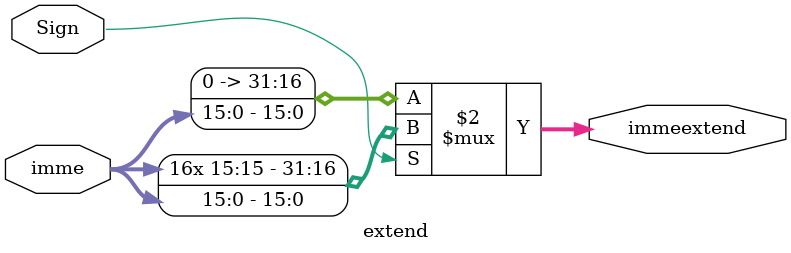
<source format=v>
`timescale 1ns / 1ps


module extend(
    input [15:0] imme,input Sign,
    output wire [31:0]immeextend
     );
     
    assign immeextend = (Sign==1) ?  {{16{imme[15]}},imme}:{16'b0000000000000000,imme} ;
endmodule

</source>
